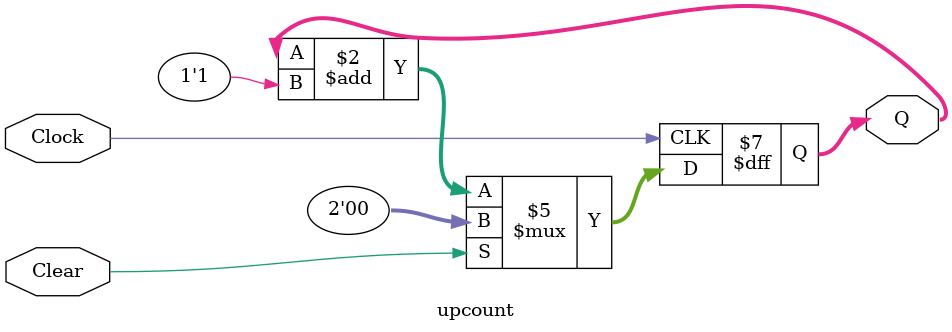
<source format=v>
module upcount(Clear, Clock, Q);

	input Clear, Clock;
	output [1:0] Q;
	reg [1:0] Q;
	
	initial
	begin
		Q = 2'b00;
	end

	always @(posedge Clock)
		if (Clear)
			Q <= 2'b0;
		else
			Q <= Q + 1'b1;
endmodule
</source>
